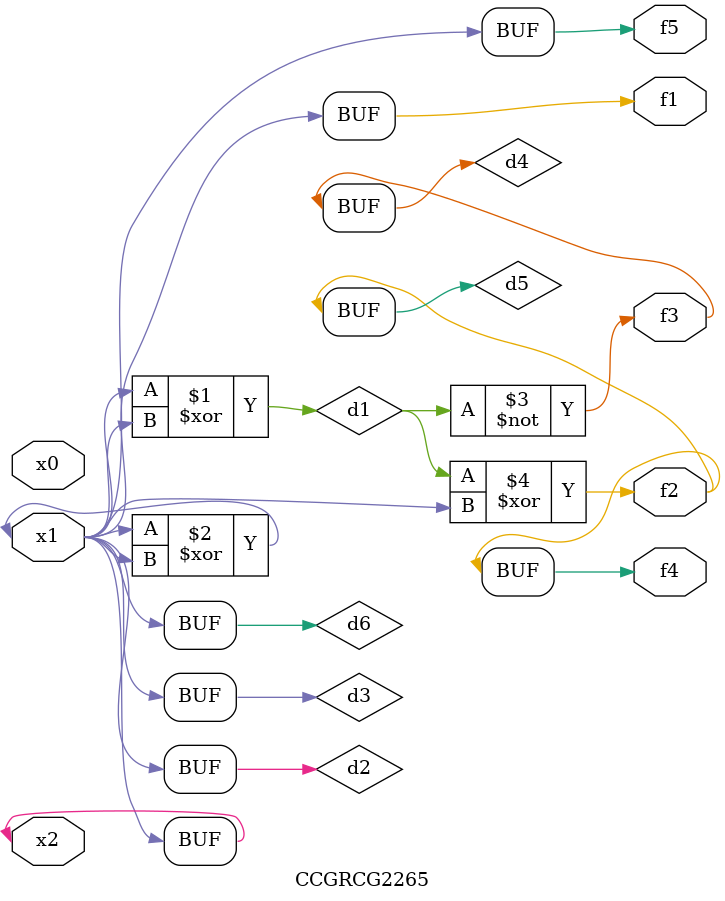
<source format=v>
module CCGRCG2265(
	input x0, x1, x2,
	output f1, f2, f3, f4, f5
);

	wire d1, d2, d3, d4, d5, d6;

	xor (d1, x1, x2);
	buf (d2, x1, x2);
	xor (d3, x1, x2);
	nor (d4, d1);
	xor (d5, d1, d2);
	buf (d6, d2, d3);
	assign f1 = d6;
	assign f2 = d5;
	assign f3 = d4;
	assign f4 = d5;
	assign f5 = d6;
endmodule

</source>
